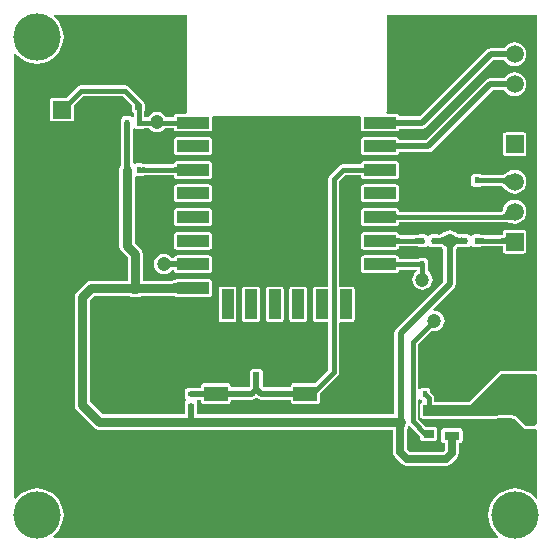
<source format=gtl>
G04 Layer_Physical_Order=1*
G04 Layer_Color=255*
%FSTAX24Y24*%
%MOIN*%
G70*
G01*
G75*
%ADD10R,0.0787X0.0512*%
%ADD11R,0.0217X0.0177*%
%ADD12R,0.0217X0.0201*%
%ADD13R,0.0201X0.0217*%
%ADD14R,0.0374X0.0295*%
%ADD15R,0.0177X0.0217*%
%ADD16R,0.0394X0.0984*%
%ADD17R,0.1063X0.0394*%
%ADD18R,0.0591X0.0591*%
%ADD19R,0.0374X0.0276*%
%ADD20R,0.0512X0.0295*%
%ADD21C,0.0150*%
%ADD22C,0.0300*%
%ADD23C,0.0250*%
%ADD24C,0.0200*%
%ADD25C,0.0100*%
%ADD26C,0.0591*%
%ADD27C,0.1575*%
%ADD28C,0.0472*%
%ADD29C,0.0500*%
G36*
X039428Y03675D02*
X039433Y036737D01*
X03944Y036726D01*
X039451Y036716D01*
X039464Y036708D01*
X039481Y036701D01*
X039501Y036696D01*
X039523Y036692D01*
X039549Y03669D01*
X039578Y036689D01*
Y036539D01*
X039549Y036538D01*
X039523Y036536D01*
X039501Y036532D01*
X039481Y036527D01*
X039464Y03652D01*
X039451Y036512D01*
X03944Y036502D01*
X039433Y036491D01*
X039428Y036478D01*
X039427Y036464D01*
Y036764D01*
X039428Y03675D01*
D02*
G37*
G36*
X043093Y036464D02*
X043092Y036478D01*
X043087Y036491D01*
X043079Y036502D01*
X043069Y036512D01*
X043055Y03652D01*
X043039Y036527D01*
X043019Y036532D01*
X042996Y036536D01*
X042971Y036538D01*
X042942Y036539D01*
Y036689D01*
X042971Y03669D01*
X042996Y036692D01*
X043019Y036696D01*
X043039Y036701D01*
X043055Y036708D01*
X043069Y036716D01*
X043079Y036726D01*
X043087Y036737D01*
X043092Y03675D01*
X043093Y036764D01*
Y036464D01*
D02*
G37*
G36*
X032148Y038826D02*
X032147Y038841D01*
X032142Y038853D01*
X032135Y038865D01*
X032124Y038874D01*
X03211Y038883D01*
X032094Y038889D01*
X032074Y038895D01*
X032051Y038898D01*
X032026Y038901D01*
X031997Y038901D01*
Y039051D01*
X032026Y039052D01*
X032051Y039054D01*
X032074Y039058D01*
X032094Y039063D01*
X03211Y03907D01*
X032124Y039078D01*
X032135Y039088D01*
X032142Y039099D01*
X032147Y039112D01*
X032148Y039126D01*
Y038826D01*
D02*
G37*
G36*
X044149Y032121D02*
Y030529D01*
X044055Y030435D01*
X043785D01*
X043435Y030785D01*
X043339D01*
X043326Y030793D01*
X043287Y030801D01*
X043058D01*
X043032Y030806D01*
X043005Y030801D01*
X042776D01*
X042737Y030793D01*
X042724Y030785D01*
X040345D01*
Y031145D01*
X041915D01*
X042945Y032175D01*
X044095D01*
X044149Y032121D01*
D02*
G37*
G36*
X042215Y036715D02*
X042219Y03671D01*
X042227Y036705D01*
X042237Y036701D01*
X042251Y036697D01*
X042267Y036694D01*
X042287Y036692D01*
X042335Y036689D01*
X042363Y036689D01*
Y036539D01*
X042335Y036539D01*
X042267Y036534D01*
X042251Y036531D01*
X042237Y036528D01*
X042227Y036524D01*
X042219Y036519D01*
X042215Y036513D01*
X042213Y036507D01*
Y036721D01*
X042215Y036715D01*
D02*
G37*
G36*
X041052Y036449D02*
X041038Y036461D01*
X041024Y036472D01*
X041008Y036482D01*
X040991Y036491D01*
X040973Y036498D01*
X040954Y036504D01*
X040933Y036508D01*
X040913Y036511D01*
X040796Y036507D01*
Y036721D01*
X040798Y03672D01*
X040804Y036719D01*
X040814Y036718D01*
X040868Y036715D01*
X040892Y036715D01*
X040912Y036717D01*
X040933Y03672D01*
X040954Y036725D01*
X040973Y036731D01*
X040991Y036738D01*
X041008Y036746D01*
X041024Y036756D01*
X041038Y036767D01*
X041052Y03678D01*
Y036449D01*
D02*
G37*
G36*
X040228Y036507D02*
X040226Y036513D01*
X040222Y036519D01*
X040214Y036524D01*
X040204Y036528D01*
X04019Y036531D01*
X040174Y036534D01*
X040154Y036536D01*
X040106Y036539D01*
X040078Y036539D01*
Y036689D01*
X040106Y036689D01*
X040174Y036694D01*
X04019Y036697D01*
X040204Y036701D01*
X040214Y036705D01*
X040222Y03671D01*
X040226Y036715D01*
X040228Y036721D01*
Y036507D01*
D02*
G37*
G36*
X041403Y036767D02*
X041417Y036756D01*
X041433Y036746D01*
X04145Y036738D01*
X041468Y036731D01*
X041487Y036725D01*
X041508Y03672D01*
X041528Y036717D01*
X041645Y036721D01*
Y036507D01*
X041643Y036509D01*
X041637Y03651D01*
X041627Y036511D01*
X041573Y036513D01*
X041549Y036513D01*
X041529Y036512D01*
X041508Y036508D01*
X041487Y036504D01*
X041468Y036498D01*
X04145Y036491D01*
X041433Y036482D01*
X041417Y036472D01*
X041403Y036461D01*
X041389Y036449D01*
Y03678D01*
X041403Y036767D01*
D02*
G37*
G36*
X032147Y034844D02*
X032144Y034851D01*
X032135Y034857D01*
X03212Y034862D01*
X032099Y034867D01*
X032072Y034871D01*
X032Y034876D01*
X031847Y03488D01*
Y03518D01*
X031904Y03518D01*
X032072Y035193D01*
X032099Y035199D01*
X03212Y035207D01*
X032135Y035215D01*
X032144Y035224D01*
X032147Y035235D01*
Y034844D01*
D02*
G37*
G36*
X030579Y039082D02*
X030366D01*
X030367Y039087D01*
X030369Y039097D01*
X03037Y039134D01*
X030372Y039388D01*
X030572D01*
X030579Y039082D01*
D02*
G37*
G36*
X032456Y040925D02*
X032461Y0409D01*
X032425Y04085D01*
X032146D01*
X032107Y040842D01*
X032074Y04082D01*
X032051Y040787D01*
X032044Y040748D01*
Y04073D01*
X031768D01*
X031764Y04074D01*
X03171Y04081D01*
X03164Y040864D01*
X031558Y040898D01*
X03147Y040909D01*
X031382Y040898D01*
X0313Y040864D01*
X03123Y04081D01*
X031176Y04074D01*
X031172Y04073D01*
X031045D01*
Y040917D01*
X031049Y040924D01*
X031057Y040963D01*
Y041163D01*
X031049Y041202D01*
X031027Y041235D01*
X031004Y041251D01*
X030992Y041268D01*
X03052Y04174D01*
X030462Y041779D01*
X030394Y041793D01*
X028937D01*
X028937Y041793D01*
X028869Y041779D01*
X028811Y04174D01*
X028452Y041381D01*
X028012D01*
X027973Y041374D01*
X02794Y041352D01*
X027918Y041319D01*
X02791Y04128D01*
Y040689D01*
X027918Y04065D01*
X02794Y040617D01*
X027973Y040595D01*
X028012Y040587D01*
X028602D01*
X028641Y040595D01*
X028674Y040617D01*
X028697Y04065D01*
X028704Y040689D01*
Y041129D01*
X029011Y041436D01*
X03032D01*
X030636Y041119D01*
Y040963D01*
X030644Y040924D01*
X030666Y04089D01*
X030688Y040876D01*
Y04074D01*
X030638Y040725D01*
X030633Y040732D01*
X0306Y040754D01*
X030561Y040761D01*
X030384D01*
X030345Y040754D01*
X030312Y040732D01*
X03029Y040698D01*
X030282Y040659D01*
Y040618D01*
X030269Y040551D01*
Y039163D01*
X030268Y039137D01*
X030268Y03912D01*
X030237Y039074D01*
X030218Y038976D01*
Y036432D01*
X030237Y036335D01*
X030292Y036252D01*
X030493Y036051D01*
Y035284D01*
X029281D01*
X029184Y035265D01*
X029101Y03521D01*
X028796Y034905D01*
X028741Y034822D01*
X028721Y034724D01*
Y031142D01*
X028741Y031044D01*
X028796Y030961D01*
X029367Y030391D01*
X02945Y030335D01*
X029547Y030316D01*
X037852D01*
X037882Y03031D01*
X037912Y030316D01*
X039328D01*
Y029577D01*
X039345Y029489D01*
X039395Y029415D01*
X039641Y029168D01*
X039715Y029119D01*
X039803Y029101D01*
X041102D01*
X04119Y029119D01*
X041265Y029168D01*
X041461Y029365D01*
X041511Y02944D01*
X041529Y029528D01*
Y029869D01*
X041555D01*
X041594Y029876D01*
X041627Y029898D01*
X041649Y029931D01*
X041657Y02997D01*
Y030266D01*
X041649Y030305D01*
X041627Y030338D01*
X041594Y03036D01*
X041555Y030368D01*
X041043D01*
X041004Y03036D01*
X040971Y030338D01*
X040949Y030305D01*
X040941Y030266D01*
Y02997D01*
X040949Y029931D01*
X040971Y029898D01*
X041004Y029876D01*
X041043Y029869D01*
X04107D01*
Y029623D01*
X041007Y02956D01*
X039898D01*
X039786Y029672D01*
Y030321D01*
X039816Y030341D01*
X039838Y030374D01*
X039846Y030413D01*
Y030421D01*
X039896Y030442D01*
X040233Y030106D01*
Y030039D01*
X04024Y03D01*
X040263Y029967D01*
X040296Y029945D01*
X040335Y029937D01*
X040709D01*
X040748Y029945D01*
X040781Y029967D01*
X040803Y03D01*
X040811Y030039D01*
Y030315D01*
X040803Y030354D01*
X040781Y030387D01*
X040748Y030409D01*
X040709Y030417D01*
X040426D01*
X040178Y030664D01*
Y031307D01*
X040228Y031323D01*
X040233Y031316D01*
X040266Y031294D01*
X040296Y031288D01*
X040303Y031251D01*
X040303Y031237D01*
X040273Y031217D01*
X040251Y031184D01*
X040243Y031145D01*
Y031106D01*
X04024Y031102D01*
X040233Y031063D01*
Y030787D01*
X04024Y030748D01*
X040263Y030715D01*
X040296Y030693D01*
X040305Y030691D01*
X040306Y030691D01*
X040345Y030683D01*
X040976D01*
X041004Y030664D01*
X041043Y030656D01*
X041555D01*
X041594Y030664D01*
X041613Y030676D01*
X042756D01*
X042844Y030694D01*
X042852Y030699D01*
X043005D01*
X043015Y030701D01*
X043025D01*
X043032Y030702D01*
X043038Y030701D01*
X043048D01*
X043058Y030699D01*
X043277D01*
X043292Y030696D01*
X0433Y030691D01*
X04331Y030689D01*
X043319Y030685D01*
X043329D01*
X043339Y030683D01*
X043393D01*
X043713Y030363D01*
X043746Y030341D01*
X043785Y030333D01*
X044055D01*
X044094Y030341D01*
X044099Y030344D01*
X044149Y030317D01*
Y028033D01*
X044099Y028015D01*
X044036Y028091D01*
X043901Y028202D01*
X043747Y028284D01*
X043579Y028335D01*
X043406Y028352D01*
X043232Y028335D01*
X043064Y028284D01*
X04291Y028202D01*
X042775Y028091D01*
X042664Y027956D01*
X042582Y027802D01*
X042531Y027635D01*
X042514Y027461D01*
X042531Y027287D01*
X042582Y027119D01*
X042664Y026965D01*
X042775Y02683D01*
X042851Y026768D01*
X042833Y026718D01*
X028033D01*
X028015Y026768D01*
X028091Y02683D01*
X028202Y026965D01*
X028284Y027119D01*
X028335Y027287D01*
X028352Y027461D01*
X028335Y027635D01*
X028284Y027802D01*
X028202Y027956D01*
X028091Y028091D01*
X027956Y028202D01*
X027802Y028284D01*
X027635Y028335D01*
X027461Y028352D01*
X027287Y028335D01*
X027119Y028284D01*
X026965Y028202D01*
X02683Y028091D01*
X026768Y028015D01*
X026718Y028033D01*
Y042833D01*
X026768Y042851D01*
X02683Y042775D01*
X026965Y042664D01*
X027119Y042582D01*
X027287Y042531D01*
X027461Y042514D01*
X027635Y042531D01*
X027802Y042582D01*
X027956Y042664D01*
X028091Y042775D01*
X028202Y04291D01*
X028284Y043064D01*
X028335Y043232D01*
X028352Y043406D01*
X028335Y043579D01*
X028284Y043747D01*
X028202Y043901D01*
X028091Y044036D01*
X028015Y044099D01*
X028033Y044149D01*
X032456D01*
Y040925D01*
D02*
G37*
G36*
X044149Y032315D02*
X044099Y032276D01*
X044095Y032277D01*
X043924D01*
X043884Y032282D01*
X043844Y032277D01*
X042945D01*
X042906Y032269D01*
X042873Y032247D01*
X041873Y031247D01*
X0407D01*
Y031368D01*
X0407Y031368D01*
X040686Y031436D01*
X040648Y031494D01*
X040584Y031558D01*
Y031604D01*
X040576Y031643D01*
X040554Y031676D01*
X040521Y031699D01*
X040482Y031706D01*
X040305D01*
X040266Y031699D01*
X040233Y031676D01*
X040228Y03167D01*
X040178Y031685D01*
Y033154D01*
X040638Y033614D01*
X040715Y033604D01*
X040802Y033615D01*
X040884Y033649D01*
X040954Y033703D01*
X041008Y033773D01*
X041042Y033855D01*
X041054Y033943D01*
X041042Y034031D01*
X041008Y034112D01*
X040954Y034183D01*
X040884Y034237D01*
X040802Y03427D01*
X040715Y034282D01*
X040703Y03428D01*
X040679Y034328D01*
X041365Y035013D01*
X041409Y035079D01*
X041424Y035157D01*
Y036347D01*
X04146Y036374D01*
X041464Y036379D01*
X041468Y036383D01*
X041475Y036388D01*
X041483Y036393D01*
X041492Y036398D01*
X041502Y036402D01*
X041513Y036405D01*
X041526Y036408D01*
X041541Y03641D01*
X041541Y03641D01*
X041591D01*
X041618Y036409D01*
X041623Y036408D01*
X041626Y036407D01*
X041628Y036407D01*
X041644Y036404D01*
X041821D01*
X04186Y036412D01*
X041893Y036434D01*
X0419Y036445D01*
X041958D01*
X041965Y036434D01*
X041998Y036412D01*
X042037Y036404D01*
X042215D01*
X042227Y036406D01*
X042229Y036406D01*
X042231Y036407D01*
X042254Y036412D01*
X042266Y03642D01*
X042266Y03642D01*
X042266Y03642D01*
X042286Y036433D01*
X042322Y036436D01*
X042974D01*
X042984Y036435D01*
X042989Y036434D01*
Y036287D01*
X042996Y036248D01*
X043018Y036215D01*
X043052Y036193D01*
X043091Y036185D01*
X043681D01*
X04372Y036193D01*
X043753Y036215D01*
X043775Y036248D01*
X043783Y036287D01*
Y036878D01*
X043775Y036917D01*
X043753Y03695D01*
X04372Y036972D01*
X043681Y03698D01*
X043091D01*
X043052Y036972D01*
X043018Y03695D01*
X042996Y036917D01*
X042989Y036878D01*
Y036794D01*
X042984Y036793D01*
X042974Y036793D01*
X042316D01*
X042295Y036794D01*
X042286Y036795D01*
X042266Y036808D01*
X042266Y036808D01*
X042266Y036808D01*
X042254Y036817D01*
X042231Y036821D01*
X042229Y036822D01*
X042227Y036822D01*
X042215Y036824D01*
X042037D01*
X041998Y036817D01*
X041965Y036795D01*
X041958Y036783D01*
X0419D01*
X041893Y036795D01*
X04186Y036817D01*
X041821Y036824D01*
X041644D01*
X041636Y036823D01*
X041534Y036819D01*
X041526Y03682D01*
X041513Y036823D01*
X041502Y036827D01*
X041492Y036831D01*
X041483Y036835D01*
X041475Y03684D01*
X041468Y036845D01*
X041464Y036849D01*
X04146Y036854D01*
X04139Y036908D01*
X041308Y036942D01*
X04122Y036953D01*
X041133Y036942D01*
X041051Y036908D01*
X040981Y036854D01*
X040977Y036849D01*
X040973Y036845D01*
X040966Y03684D01*
X040958Y036835D01*
X040949Y036831D01*
X040939Y036827D01*
X040928Y036823D01*
X040914Y03682D01*
X0409Y036818D01*
X0409Y036818D01*
X04085D01*
X040823Y036819D01*
X040817Y03682D01*
X040815Y036821D01*
X040813Y036821D01*
X040797Y036824D01*
X04062D01*
X040581Y036817D01*
X040548Y036795D01*
X04054Y036783D01*
X040483D01*
X040476Y036795D01*
X040443Y036817D01*
X040404Y036824D01*
X040226D01*
X040214Y036822D01*
X040212Y036822D01*
X04021Y036821D01*
X040187Y036817D01*
X040175Y036808D01*
X040175Y036808D01*
X040175Y036808D01*
X040155Y036795D01*
X040119Y036793D01*
X039545D01*
X039536Y036793D01*
X039531Y036794D01*
Y036811D01*
X039523Y03685D01*
X039501Y036883D01*
X039468Y036905D01*
X039429Y036913D01*
X038366D01*
X038327Y036905D01*
X038294Y036883D01*
X038272Y03685D01*
X038264Y036811D01*
Y036417D01*
X038272Y036378D01*
X038294Y036345D01*
X038327Y036323D01*
X038366Y036315D01*
X039429D01*
X039468Y036323D01*
X039501Y036345D01*
X039523Y036378D01*
X039531Y036417D01*
Y036434D01*
X039536Y036435D01*
X039545Y036436D01*
X040125D01*
X040146Y036435D01*
X040155Y036434D01*
X040175Y03642D01*
X040175Y03642D01*
X040175Y03642D01*
X040187Y036412D01*
X04021Y036407D01*
X040212Y036406D01*
X040214Y036406D01*
X040226Y036404D01*
X040404D01*
X040443Y036412D01*
X040476Y036434D01*
X040483Y036445D01*
X04054D01*
X040548Y036434D01*
X040581Y036412D01*
X04062Y036404D01*
X040797D01*
X040805Y036405D01*
X040907Y036409D01*
X040914Y036408D01*
X040928Y036405D01*
X040939Y036402D01*
X040949Y036398D01*
X040958Y036393D01*
X040966Y036388D01*
X040973Y036383D01*
X040977Y036379D01*
X040981Y036374D01*
X041017Y036347D01*
Y035242D01*
X039442Y033668D01*
X039398Y033602D01*
X039383Y033524D01*
Y030826D01*
X032802D01*
Y030982D01*
X032809Y031014D01*
Y031191D01*
X032801Y03123D01*
X032793Y031242D01*
X032818Y031292D01*
X03293D01*
Y03126D01*
X032937Y031221D01*
X032959Y031188D01*
X032992Y031166D01*
X033031Y031158D01*
X033819D01*
X033858Y031166D01*
X033891Y031188D01*
X033913Y031221D01*
X033921Y03126D01*
Y031312D01*
X034626D01*
X034704Y031327D01*
X03477Y031372D01*
X034783Y031385D01*
X034797Y031372D01*
X034863Y031327D01*
X034941Y031312D01*
X035922D01*
Y03126D01*
X035929Y031221D01*
X035952Y031188D01*
X035985Y031166D01*
X036024Y031158D01*
X036811D01*
X03685Y031166D01*
X036883Y031188D01*
X036905Y031221D01*
X036913Y03126D01*
Y031543D01*
X037488Y032118D01*
X037488Y032118D01*
X037527Y032176D01*
X037541Y032244D01*
X037541Y032244D01*
Y033879D01*
X037559Y033894D01*
X037953D01*
X037992Y033902D01*
X038025Y033924D01*
X038047Y033957D01*
X038055Y033996D01*
Y03498D01*
X038047Y035019D01*
X038025Y035052D01*
X037992Y035075D01*
X037953Y035082D01*
X037559D01*
X037541Y035097D01*
Y038588D01*
X037751Y038798D01*
X038264D01*
Y03878D01*
X038272Y038741D01*
X038294Y038707D01*
X038327Y038685D01*
X038366Y038678D01*
X039429D01*
X039468Y038685D01*
X039501Y038707D01*
X039523Y038741D01*
X039531Y03878D01*
Y039173D01*
X039523Y039212D01*
X039501Y039245D01*
X039468Y039267D01*
X039429Y039275D01*
X038366D01*
X038327Y039267D01*
X038294Y039245D01*
X038272Y039212D01*
X038264Y039173D01*
Y039155D01*
X037677D01*
X037609Y039141D01*
X037551Y039103D01*
X037236Y038788D01*
X037197Y03873D01*
X037184Y038661D01*
Y035097D01*
X037165Y035082D01*
X036772D01*
X036733Y035075D01*
X0367Y035052D01*
X036677Y035019D01*
X03667Y03498D01*
Y033996D01*
X036677Y033957D01*
X0367Y033924D01*
X036733Y033902D01*
X036772Y033894D01*
X037165D01*
X037184Y033879D01*
Y032318D01*
X036739Y031874D01*
X036024D01*
X035985Y031866D01*
X035952Y031844D01*
X035929Y031811D01*
X035922Y031772D01*
Y03172D01*
X035025D01*
X034987Y031758D01*
Y031994D01*
X034994Y032026D01*
Y032226D01*
X034986Y032265D01*
X034964Y032298D01*
X034931Y032321D01*
X034892Y032328D01*
X034791D01*
X034783Y03233D01*
X034776Y032328D01*
X034675D01*
X034636Y032321D01*
X034603Y032298D01*
X034581Y032265D01*
X034573Y032226D01*
Y032026D01*
X03458Y031994D01*
Y031758D01*
X034542Y03172D01*
X033921D01*
Y031772D01*
X033913Y031811D01*
X033891Y031844D01*
X033858Y031866D01*
X033819Y031874D01*
X033031D01*
X032992Y031866D01*
X032959Y031844D01*
X032937Y031811D01*
X03293Y031772D01*
Y0317D01*
X032598D01*
X032531Y031687D01*
X03249D01*
X032451Y031679D01*
X032418Y031657D01*
X032396Y031624D01*
X032388Y031585D01*
Y031407D01*
X032396Y031368D01*
X032418Y031335D01*
X032429Y031328D01*
Y031271D01*
X032418Y031263D01*
X032396Y03123D01*
X032388Y031191D01*
Y031014D01*
X032395Y030982D01*
Y030826D01*
X029653D01*
X029231Y031247D01*
Y034619D01*
X029387Y034775D01*
X030566D01*
X030576Y034761D01*
X030609Y034738D01*
X030648Y034731D01*
X030848D01*
X030887Y034738D01*
X030921Y034761D01*
X03093Y034775D01*
X031986D01*
X031995Y034774D01*
X032061Y034769D01*
X032079Y034766D01*
X032107Y034748D01*
X032146Y034741D01*
X033209D01*
X033248Y034748D01*
X033281Y03477D01*
X033303Y034804D01*
X033311Y034843D01*
Y035236D01*
X033303Y035275D01*
X033281Y035308D01*
X033248Y03533D01*
X033209Y035338D01*
X032146D01*
X032136Y035336D01*
X032135Y035336D01*
X032134Y035336D01*
X032107Y03533D01*
X032074Y035308D01*
X032066Y035296D01*
X032057Y035294D01*
X03193Y035284D01*
X031003D01*
Y036157D01*
X030984Y036254D01*
X030928Y036337D01*
X030727Y036538D01*
Y038726D01*
X030777Y038766D01*
X030778Y038766D01*
X030955D01*
X030967Y038769D01*
X030969Y038769D01*
X030971Y038769D01*
X030994Y038774D01*
X031006Y038782D01*
X031006Y038782D01*
X031006Y038782D01*
X031026Y038795D01*
X031062Y038798D01*
X032029D01*
X032039Y038797D01*
X032044Y038796D01*
Y03878D01*
X032051Y038741D01*
X032074Y038707D01*
X032107Y038685D01*
X032146Y038678D01*
X033209D01*
X033248Y038685D01*
X033281Y038707D01*
X033303Y038741D01*
X033311Y03878D01*
Y039173D01*
X033303Y039212D01*
X033281Y039245D01*
X033248Y039267D01*
X033209Y039275D01*
X032146D01*
X032107Y039267D01*
X032074Y039245D01*
X032051Y039212D01*
X032044Y039173D01*
Y039156D01*
X032039Y039156D01*
X032029Y039155D01*
X031056D01*
X031035Y039156D01*
X031027Y039157D01*
X031006Y03917D01*
X031006Y039171D01*
X031006Y039171D01*
X030994Y039179D01*
X030971Y039183D01*
X030969Y039184D01*
X030967Y039184D01*
X030955Y039187D01*
X030778D01*
X030739Y039179D01*
X030729Y039172D01*
X030678Y039199D01*
X030676Y039292D01*
Y040331D01*
X030726Y040357D01*
X030739Y040349D01*
X030778Y040341D01*
X030955D01*
X030994Y040349D01*
X031027Y040371D01*
X031028Y040373D01*
X031198D01*
X03123Y04033D01*
X0313Y040276D01*
X031382Y040242D01*
X03147Y040231D01*
X031558Y040242D01*
X03164Y040276D01*
X03171Y04033D01*
X031742Y040373D01*
X032044D01*
Y040354D01*
X032051Y040315D01*
X032074Y040282D01*
X032107Y04026D01*
X032146Y040252D01*
X033209D01*
X033248Y04026D01*
X033281Y040282D01*
X033303Y040315D01*
X033311Y040354D01*
Y040748D01*
X033339Y040782D01*
X038236D01*
X038264Y040748D01*
Y040354D01*
X038272Y040315D01*
X038294Y040282D01*
X038327Y04026D01*
X038366Y040252D01*
X039429D01*
X039468Y04026D01*
X039501Y040282D01*
X039523Y040315D01*
X03953Y040347D01*
X040315D01*
X040393Y040363D01*
X040459Y040407D01*
X042675Y042623D01*
X043044D01*
X043104Y042545D01*
X043186Y042481D01*
X043283Y042442D01*
X043386Y042428D01*
X043489Y042442D01*
X043585Y042481D01*
X043668Y042545D01*
X043731Y042627D01*
X043771Y042724D01*
X043785Y042827D01*
X043771Y04293D01*
X043731Y043026D01*
X043668Y043109D01*
X043585Y043172D01*
X043489Y043212D01*
X043386Y043225D01*
X043283Y043212D01*
X043186Y043172D01*
X043104Y043109D01*
X043044Y043031D01*
X042591D01*
X042513Y043015D01*
X042446Y042971D01*
X04023Y040755D01*
X03953D01*
X039523Y040787D01*
X039501Y04082D01*
X039468Y040842D01*
X039429Y04085D01*
X03915D01*
X039114Y0409D01*
X039119Y040925D01*
Y044149D01*
X044149D01*
Y032315D01*
D02*
G37*
G36*
X032514Y03903D02*
X03252Y039029D01*
X032528Y039028D01*
X032612Y039027D01*
X032666Y039026D01*
Y038926D01*
X032512Y038922D01*
Y03903D01*
X032514Y03903D01*
D02*
G37*
G36*
X030955Y039077D02*
X030959Y039072D01*
X030967Y039067D01*
X030977Y039063D01*
X030991Y039059D01*
X031007Y039056D01*
X031027Y039054D01*
X031075Y039052D01*
X031103Y039051D01*
Y038901D01*
X031075Y038901D01*
X031007Y038896D01*
X030991Y038893D01*
X030977Y03889D01*
X030967Y038886D01*
X030959Y038881D01*
X030955Y038875D01*
X030953Y038869D01*
Y039083D01*
X030955Y039077D01*
D02*
G37*
%LPC*%
G36*
X031693Y036166D02*
X031605Y036154D01*
X031523Y03612D01*
X031453Y036067D01*
X031399Y035996D01*
X031365Y035915D01*
X031354Y035827D01*
X031365Y035739D01*
X031399Y035657D01*
X031453Y035587D01*
X031523Y035533D01*
X031605Y035499D01*
X031693Y035488D01*
X031781Y035499D01*
X031862Y035533D01*
X031933Y035587D01*
X03196Y035623D01*
X032045D01*
X032051Y035591D01*
X032074Y035558D01*
X032107Y035536D01*
X032146Y035528D01*
X033209D01*
X033248Y035536D01*
X033281Y035558D01*
X033303Y035591D01*
X033311Y03563D01*
Y036024D01*
X033303Y036063D01*
X033281Y036096D01*
X033248Y036118D01*
X033209Y036126D01*
X032146D01*
X032107Y036118D01*
X032074Y036096D01*
X032051Y036063D01*
X032045Y036031D01*
X03196D01*
X031933Y036067D01*
X031862Y03612D01*
X031781Y036154D01*
X031693Y036166D01*
D02*
G37*
G36*
X033209Y036913D02*
X032146D01*
X032107Y036905D01*
X032074Y036883D01*
X032051Y03685D01*
X032044Y036811D01*
Y036417D01*
X032051Y036378D01*
X032074Y036345D01*
X032107Y036323D01*
X032146Y036315D01*
X033209D01*
X033248Y036323D01*
X033281Y036345D01*
X033303Y036378D01*
X033311Y036417D01*
Y036811D01*
X033303Y03685D01*
X033281Y036883D01*
X033248Y036905D01*
X033209Y036913D01*
D02*
G37*
G36*
X039429Y036126D02*
X038366D01*
X038327Y036118D01*
X038294Y036096D01*
X038272Y036063D01*
X038264Y036024D01*
Y03563D01*
X038272Y035591D01*
X038294Y035558D01*
X038327Y035536D01*
X038366Y035528D01*
X039429D01*
X039468Y035536D01*
X039501Y035558D01*
X039523Y035591D01*
X039531Y03563D01*
Y035648D01*
X040132D01*
X040132Y035598D01*
X040075Y035555D01*
X040021Y035485D01*
X039987Y035403D01*
X039976Y035315D01*
X039987Y035227D01*
X040021Y035145D01*
X040075Y035075D01*
X040145Y035021D01*
X040227Y034987D01*
X040315Y034976D01*
X040403Y034987D01*
X040485Y035021D01*
X040555Y035075D01*
X040609Y035145D01*
X040643Y035227D01*
X040654Y035315D01*
X040643Y035403D01*
X040609Y035485D01*
X040555Y035555D01*
X040493Y035602D01*
Y035673D01*
X040498Y035679D01*
X040505Y035719D01*
Y035935D01*
X040498Y035974D01*
X040476Y036007D01*
X040443Y036029D01*
X040404Y036037D01*
X040226D01*
X040187Y036029D01*
X040154Y036007D01*
X040153Y036005D01*
X039531D01*
Y036024D01*
X039523Y036063D01*
X039501Y036096D01*
X039468Y036118D01*
X039429Y036126D01*
D02*
G37*
G36*
X036378Y035082D02*
X035984D01*
X035945Y035075D01*
X035912Y035052D01*
X03589Y035019D01*
X035882Y03498D01*
Y033996D01*
X03589Y033957D01*
X035912Y033924D01*
X035945Y033902D01*
X035984Y033894D01*
X036378D01*
X036417Y033902D01*
X03645Y033924D01*
X036472Y033957D01*
X03648Y033996D01*
Y03498D01*
X036472Y035019D01*
X03645Y035052D01*
X036417Y035075D01*
X036378Y035082D01*
D02*
G37*
G36*
X043386Y038981D02*
X043283Y038968D01*
X043186Y038928D01*
X043152Y038901D01*
X043143Y038897D01*
X043116Y038877D01*
X043064Y038843D01*
X043042Y03883D01*
X04302Y03882D01*
X043Y038812D01*
X042982Y038806D01*
X042965Y038802D01*
X042954Y0388D01*
X042316D01*
X042295Y038802D01*
X042286Y038803D01*
X042266Y038816D01*
X042266Y038816D01*
X042266Y038816D01*
X042254Y038825D01*
X042231Y038829D01*
X042229Y03883D01*
X042227Y03883D01*
X042215Y038832D01*
X042037D01*
X041998Y038825D01*
X041965Y038802D01*
X041943Y038769D01*
X041935Y03873D01*
Y038514D01*
X041943Y038475D01*
X041965Y038442D01*
X041998Y03842D01*
X042037Y038412D01*
X042215D01*
X042227Y038414D01*
X042229Y038414D01*
X042231Y038415D01*
X042254Y03842D01*
X042266Y038428D01*
X042266Y038428D01*
X042266Y038428D01*
X042286Y038441D01*
X042322Y038444D01*
X042933D01*
X042943Y038442D01*
X042957Y038438D01*
X042971Y038432D01*
X042985Y038424D01*
X043001Y038414D01*
X043017Y038401D01*
X043033Y038385D01*
X04305Y038367D01*
X043069Y038342D01*
X043076Y038337D01*
X043104Y038301D01*
X043186Y038237D01*
X043283Y038198D01*
X043386Y038184D01*
X043489Y038198D01*
X043585Y038237D01*
X043668Y038301D01*
X043731Y038383D01*
X043771Y038479D01*
X043785Y038583D01*
X043771Y038686D01*
X043731Y038782D01*
X043668Y038865D01*
X043585Y038928D01*
X043489Y038968D01*
X043386Y038981D01*
D02*
G37*
G36*
X034016Y035082D02*
X033622D01*
X033583Y035075D01*
X03355Y035052D01*
X033528Y035019D01*
X03352Y03498D01*
Y033996D01*
X033528Y033957D01*
X03355Y033924D01*
X033583Y033902D01*
X033622Y033894D01*
X034016D01*
X034055Y033902D01*
X034088Y033924D01*
X03411Y033957D01*
X034118Y033996D01*
Y03498D01*
X03411Y035019D01*
X034088Y035052D01*
X034055Y035075D01*
X034016Y035082D01*
D02*
G37*
G36*
X043681Y040224D02*
X043091D01*
X043052Y040216D01*
X043018Y040194D01*
X042996Y040161D01*
X042989Y040122D01*
Y039532D01*
X042996Y039492D01*
X043018Y039459D01*
X043052Y039437D01*
X043091Y03943D01*
X043681D01*
X04372Y039437D01*
X043753Y039459D01*
X043775Y039492D01*
X043783Y039532D01*
Y040122D01*
X043775Y040161D01*
X043753Y040194D01*
X04372Y040216D01*
X043681Y040224D01*
D02*
G37*
G36*
X043386Y042225D02*
X043283Y042212D01*
X043186Y042172D01*
X043104Y042109D01*
X043044Y042031D01*
X042575D01*
X042575Y042031D01*
X042497Y042015D01*
X042431Y041971D01*
X040427Y039968D01*
X03953D01*
X039523Y04D01*
X039501Y040033D01*
X039468Y040055D01*
X039429Y040063D01*
X038366D01*
X038327Y040055D01*
X038294Y040033D01*
X038272Y04D01*
X038264Y039961D01*
Y039567D01*
X038272Y039528D01*
X038294Y039495D01*
X038327Y039473D01*
X038366Y039465D01*
X039429D01*
X039468Y039473D01*
X039501Y039495D01*
X039523Y039528D01*
X03953Y03956D01*
X040512D01*
X04059Y039575D01*
X040656Y03962D01*
X042659Y041623D01*
X043044D01*
X043104Y041545D01*
X043186Y041481D01*
X043283Y041442D01*
X043386Y041428D01*
X043489Y041442D01*
X043585Y041481D01*
X043668Y041545D01*
X043731Y041627D01*
X043771Y041724D01*
X043785Y041827D01*
X043771Y04193D01*
X043731Y042026D01*
X043668Y042109D01*
X043585Y042172D01*
X043489Y042212D01*
X043386Y042225D01*
D02*
G37*
G36*
X033209Y040063D02*
X032146D01*
X032107Y040055D01*
X032074Y040033D01*
X032051Y04D01*
X032044Y039961D01*
Y039567D01*
X032051Y039528D01*
X032074Y039495D01*
X032107Y039473D01*
X032146Y039465D01*
X033209D01*
X033248Y039473D01*
X033281Y039495D01*
X033303Y039528D01*
X033311Y039567D01*
Y039961D01*
X033303Y04D01*
X033281Y040033D01*
X033248Y040055D01*
X033209Y040063D01*
D02*
G37*
G36*
X039429Y038488D02*
X038366D01*
X038327Y03848D01*
X038294Y038458D01*
X038272Y038425D01*
X038264Y038386D01*
Y037992D01*
X038272Y037953D01*
X038294Y03792D01*
X038327Y037898D01*
X038366Y03789D01*
X039429D01*
X039468Y037898D01*
X039501Y03792D01*
X039523Y037953D01*
X039531Y037992D01*
Y038386D01*
X039523Y038425D01*
X039501Y038458D01*
X039468Y03848D01*
X039429Y038488D01*
D02*
G37*
G36*
X035591Y035082D02*
X035197D01*
X035158Y035075D01*
X035125Y035052D01*
X035103Y035019D01*
X035095Y03498D01*
Y033996D01*
X035103Y033957D01*
X035125Y033924D01*
X035158Y033902D01*
X035197Y033894D01*
X035591D01*
X03563Y033902D01*
X035663Y033924D01*
X035685Y033957D01*
X035693Y033996D01*
Y03498D01*
X035685Y035019D01*
X035663Y035052D01*
X03563Y035075D01*
X035591Y035082D01*
D02*
G37*
G36*
X033209Y0377D02*
X032146D01*
X032107Y037693D01*
X032074Y037671D01*
X032051Y037637D01*
X032044Y037598D01*
Y037205D01*
X032051Y037166D01*
X032074Y037133D01*
X032107Y037111D01*
X032146Y037103D01*
X033209D01*
X033248Y037111D01*
X033281Y037133D01*
X033303Y037166D01*
X033311Y037205D01*
Y037598D01*
X033303Y037637D01*
X033281Y037671D01*
X033248Y037693D01*
X033209Y0377D01*
D02*
G37*
G36*
X034803Y035082D02*
X034409D01*
X03437Y035075D01*
X034337Y035052D01*
X034315Y035019D01*
X034307Y03498D01*
Y033996D01*
X034315Y033957D01*
X034337Y033924D01*
X03437Y033902D01*
X034409Y033894D01*
X034803D01*
X034842Y033902D01*
X034875Y033924D01*
X034897Y033957D01*
X034905Y033996D01*
Y03498D01*
X034897Y035019D01*
X034875Y035052D01*
X034842Y035075D01*
X034803Y035082D01*
D02*
G37*
G36*
X033209Y038488D02*
X032146D01*
X032107Y03848D01*
X032074Y038458D01*
X032051Y038425D01*
X032044Y038386D01*
Y037992D01*
X032051Y037953D01*
X032074Y03792D01*
X032107Y037898D01*
X032146Y03789D01*
X033209D01*
X033248Y037898D01*
X033281Y03792D01*
X033303Y037953D01*
X033311Y037992D01*
Y038386D01*
X033303Y038425D01*
X033281Y038458D01*
X033248Y03848D01*
X033209Y038488D01*
D02*
G37*
G36*
X043386Y037981D02*
X043283Y037968D01*
X043186Y037928D01*
X043104Y037865D01*
X043041Y037782D01*
X043001Y037686D01*
X042995Y037641D01*
X042992Y037634D01*
X042992Y037634D01*
X042992Y037634D01*
X042989Y037613D01*
X042985Y037602D01*
X042982Y037595D01*
X042979Y037591D01*
X042977Y037588D01*
X042974Y037586D01*
X042969Y037584D01*
X042961Y037582D01*
X042952Y03758D01*
X039545D01*
X039536Y037581D01*
X039531Y037582D01*
Y037598D01*
X039523Y037637D01*
X039501Y037671D01*
X039468Y037693D01*
X039429Y0377D01*
X038366D01*
X038327Y037693D01*
X038294Y037671D01*
X038272Y037637D01*
X038264Y037598D01*
Y037205D01*
X038272Y037166D01*
X038294Y037133D01*
X038327Y037111D01*
X038366Y037103D01*
X039429D01*
X039468Y037111D01*
X039501Y037133D01*
X039523Y037166D01*
X039531Y037205D01*
Y037222D01*
X039536Y037222D01*
X039545Y037223D01*
X043019D01*
X043125Y03722D01*
X043187Y037214D01*
X043272Y037201D01*
X043277Y0372D01*
X043283Y037198D01*
X043295Y037196D01*
X043297Y037196D01*
X043298Y037196D01*
X043299Y037195D01*
X043301Y037195D01*
X043303Y037195D01*
X043386Y037184D01*
X043489Y037198D01*
X043585Y037237D01*
X043668Y037301D01*
X043731Y037383D01*
X043771Y037479D01*
X043785Y037583D01*
X043771Y037686D01*
X043731Y037782D01*
X043668Y037865D01*
X043585Y037928D01*
X043489Y037968D01*
X043386Y037981D01*
D02*
G37*
%LPD*%
G36*
X043149Y038406D02*
X043128Y038433D01*
X043106Y038457D01*
X043084Y038478D01*
X043061Y038496D01*
X043038Y038512D01*
X043015Y038524D01*
X04299Y038534D01*
X042966Y038541D01*
X042941Y038546D01*
X042916Y038547D01*
X042936Y038697D01*
X04296Y038698D01*
X042984Y038702D01*
X043009Y038708D01*
X043035Y038716D01*
X043061Y038727D01*
X043088Y03874D01*
X043116Y038755D01*
X043174Y038793D01*
X043204Y038816D01*
X043149Y038406D01*
D02*
G37*
G36*
X042215Y038723D02*
X042219Y038718D01*
X042227Y038713D01*
X042237Y038709D01*
X042251Y038705D01*
X042267Y038702D01*
X042287Y0387D01*
X042335Y038697D01*
X042363Y038697D01*
Y038547D01*
X042335Y038547D01*
X042267Y038542D01*
X042251Y038539D01*
X042237Y038536D01*
X042227Y038531D01*
X042219Y038527D01*
X042215Y038521D01*
X042213Y038515D01*
Y038729D01*
X042215Y038723D01*
D02*
G37*
G36*
X039428Y037537D02*
X039433Y037525D01*
X03944Y037513D01*
X039451Y037504D01*
X039464Y037495D01*
X039481Y037489D01*
X039501Y037483D01*
X039523Y03748D01*
X039549Y037477D01*
X039578Y037477D01*
Y037327D01*
X039549Y037326D01*
X039523Y037324D01*
X039501Y03732D01*
X039481Y037315D01*
X039464Y037308D01*
X039451Y0373D01*
X03944Y03729D01*
X039433Y037279D01*
X039428Y037266D01*
X039427Y037252D01*
Y037552D01*
X039428Y037537D01*
D02*
G37*
G36*
X043318Y037295D02*
X043291Y037301D01*
X043199Y037315D01*
X043131Y037322D01*
X042975Y037327D01*
X042933Y037477D01*
X04296Y037478D01*
X042985Y037482D01*
X043008Y037489D01*
X043027Y037499D01*
X043045Y037512D01*
X043059Y037527D01*
X043071Y037545D01*
X043081Y037566D01*
X043088Y03759D01*
X043093Y037617D01*
X043318Y037295D01*
D02*
G37*
D10*
X036417Y029744D02*
D03*
X033425D02*
D03*
X036417Y031516D02*
D03*
X033425Y031516D02*
D03*
D11*
X032598Y031102D02*
D03*
Y031496D02*
D03*
D12*
X035138Y032126D02*
D03*
X034783D02*
D03*
X030846Y041063D02*
D03*
X030492D02*
D03*
D13*
X030748Y034587D02*
D03*
Y034941D02*
D03*
D14*
X030079Y034498D02*
D03*
Y03503D02*
D03*
D15*
X041732Y038622D02*
D03*
X042126D02*
D03*
X040709Y036614D02*
D03*
X040315D02*
D03*
X041732D02*
D03*
X042126D02*
D03*
X040315Y035827D02*
D03*
X040709D02*
D03*
X030472Y038976D02*
D03*
X030866D02*
D03*
X030472Y040551D02*
D03*
X030866D02*
D03*
X040394Y031496D02*
D03*
X04D02*
D03*
D16*
X037756Y034488D02*
D03*
X036969D02*
D03*
X036181D02*
D03*
X035394D02*
D03*
X034606D02*
D03*
X033819D02*
D03*
D17*
X032677Y035039D02*
D03*
Y035827D02*
D03*
Y036614D02*
D03*
Y037402D02*
D03*
Y038189D02*
D03*
Y038976D02*
D03*
Y039764D02*
D03*
Y040551D02*
D03*
X038898Y035039D02*
D03*
Y035827D02*
D03*
Y036614D02*
D03*
Y037402D02*
D03*
Y038189D02*
D03*
Y038976D02*
D03*
Y039764D02*
D03*
Y040551D02*
D03*
D18*
X028307Y040984D02*
D03*
Y037913D02*
D03*
X043386Y036583D02*
D03*
Y039827D02*
D03*
D19*
X040522Y030177D02*
D03*
Y030925D02*
D03*
X039557Y030551D02*
D03*
D20*
X041299Y030906D02*
D03*
Y030118D02*
D03*
D21*
X04Y033228D02*
X040715Y033943D01*
X04Y031496D02*
Y033228D01*
X040522Y030925D02*
Y031368D01*
X040394Y031496D02*
X040522Y031368D01*
X040413Y030177D02*
X040522D01*
X04Y030591D02*
X040413Y030177D01*
X04Y030591D02*
Y031496D01*
X036634Y031516D02*
X037362Y032244D01*
X036417Y031516D02*
X036634D01*
X030866Y038976D02*
X03246D01*
X042126Y038622D02*
X043346D01*
X043386Y038583D01*
X043354Y036614D02*
X043386Y036583D01*
X042126Y036614D02*
X043354D01*
X043205Y037402D02*
X043386Y037583D01*
X038898Y037402D02*
X043205D01*
X038898Y036614D02*
X040315D01*
X038898Y035827D02*
X040315D01*
Y035315D02*
Y035827D01*
X037362Y032244D02*
Y038661D01*
X037677Y038976D01*
X038898D01*
X028307Y040984D02*
X028937Y041614D01*
X030394D01*
X030866Y041142D01*
Y040551D02*
X032677D01*
X030866D02*
Y041142D01*
D22*
X037913Y030571D02*
X039587D01*
X030748Y03503D02*
X032667D01*
X030079D02*
X030748D01*
X029547Y030571D02*
X032598D01*
X030748Y03503D02*
Y036157D01*
X030472Y036432D02*
X030748Y036157D01*
X030472Y036432D02*
Y038976D01*
X032667Y03503D02*
X032677Y035039D01*
X028976Y031142D02*
X029547Y030571D01*
X028976Y031142D02*
Y034724D01*
X029281Y03503D01*
X030079D01*
X032598Y030571D02*
X037913D01*
D23*
X039557Y029577D02*
Y030551D01*
Y029577D02*
X039803Y029331D01*
X041102D01*
X041299Y029528D01*
Y030118D01*
X043189Y031339D02*
X043898D01*
X042756Y030906D02*
X043189Y031339D01*
X041299Y030906D02*
X042756D01*
X04128Y030925D02*
X041299Y030906D01*
X040522Y030925D02*
X04128D01*
X037882Y030539D02*
X037913Y030571D01*
D24*
X039587D02*
Y033524D01*
X034941Y031516D02*
X036417D01*
X034783Y031673D02*
X034941Y031516D01*
X034783Y031673D02*
Y032126D01*
X034626Y031516D02*
X034783Y031673D01*
X033425Y031516D02*
X034626D01*
X033406Y031496D02*
X033425Y031516D01*
X032598Y031496D02*
X033406D01*
X032598Y030571D02*
Y031102D01*
X030472Y038976D02*
Y040551D01*
X040709Y036614D02*
X04122D01*
X041732D01*
X040512Y039764D02*
X042575Y041827D01*
X043386D01*
X038898Y039764D02*
X040512D01*
X040315Y040551D02*
X042591Y042827D01*
X043386D01*
X038898Y040551D02*
X040315D01*
X039587Y033524D02*
X04122Y035157D01*
Y036614D01*
X031693Y035827D02*
X032677D01*
D25*
X03246Y038976D02*
X032677D01*
D26*
X043386Y038583D02*
D03*
Y037583D02*
D03*
Y040827D02*
D03*
Y041827D02*
D03*
Y042827D02*
D03*
D27*
X043406Y027461D02*
D03*
X027461D02*
D03*
Y043406D02*
D03*
D28*
X043701Y035236D02*
D03*
X042717Y043701D02*
D03*
X041142D02*
D03*
X039567Y041732D02*
D03*
Y042717D02*
D03*
Y043701D02*
D03*
X037795Y040354D02*
D03*
X036417D02*
D03*
X034449D02*
D03*
X032677Y032835D02*
D03*
X031693D02*
D03*
X030709D02*
D03*
X043701Y028543D02*
D03*
X042323Y027165D02*
D03*
X040354D02*
D03*
X037992D02*
D03*
X036024D02*
D03*
X034449D02*
D03*
X032677D02*
D03*
X030709D02*
D03*
X028937D02*
D03*
X027165Y029134D02*
D03*
Y031299D02*
D03*
Y033661D02*
D03*
Y036024D02*
D03*
Y037992D02*
D03*
Y039764D02*
D03*
Y041535D02*
D03*
X029528Y043701D02*
D03*
X030906D02*
D03*
X032087Y041732D02*
D03*
Y042717D02*
D03*
Y043701D02*
D03*
X03147Y04057D02*
D03*
X040715Y033943D02*
D03*
X043898Y031339D02*
D03*
X043884Y031943D02*
D03*
X043898Y030748D02*
D03*
X04122Y036614D02*
D03*
X040315Y035315D02*
D03*
X031693Y035827D02*
D03*
D29*
X035039Y032776D02*
D03*
X038681Y034252D02*
D03*
X042717Y035335D02*
D03*
X041929Y039665D02*
D03*
X042618Y040354D02*
D03*
X04252Y037894D02*
D03*
X034055Y036713D02*
D03*
X035433D02*
D03*
X036811D02*
D03*
X035787Y035394D02*
D03*
X032972Y03435D02*
D03*
M02*

</source>
